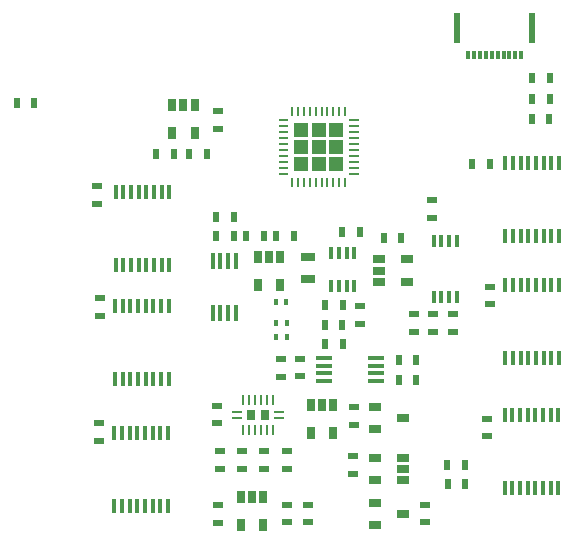
<source format=gtp>
G04 #@! TF.FileFunction,Paste,Top*
%FSLAX46Y46*%
G04 Gerber Fmt 4.6, Leading zero omitted, Abs format (unit mm)*
G04 Created by KiCad (PCBNEW 4.0.1-stable) date 5/8/2017 10:12:07 PM*
%MOMM*%
G01*
G04 APERTURE LIST*
%ADD10C,0.100000*%
%ADD11R,0.350000X1.200000*%
%ADD12R,0.710000X0.280000*%
%ADD13R,0.280000X0.710000*%
%ADD14C,0.280000*%
%ADD15R,1.150000X1.150000*%
%ADD16R,0.900000X0.240000*%
%ADD17R,0.240000X0.900000*%
%ADD18R,0.750000X0.900000*%
%ADD19R,1.000000X0.700000*%
%ADD20R,0.700000X1.000000*%
%ADD21R,1.450000X0.450000*%
%ADD22R,0.450000X1.450000*%
%ADD23R,0.900000X0.500000*%
%ADD24R,0.500000X0.900000*%
%ADD25R,0.400000X1.000000*%
%ADD26R,1.300000X0.700000*%
%ADD27R,0.410000X1.020000*%
%ADD28R,0.400000X0.600000*%
%ADD29R,0.330000X0.800000*%
%ADD30R,0.600000X2.600000*%
G04 APERTURE END LIST*
D10*
D11*
X-18161000Y3073400D03*
X-17511000Y3073400D03*
X-16861000Y3073400D03*
X-16211000Y3073400D03*
X-15561000Y3073400D03*
X-14911000Y3073400D03*
X-14261000Y3073400D03*
X-13611000Y3073400D03*
X-13611000Y9273400D03*
X-14261000Y9273400D03*
X-14911000Y9273400D03*
X-15561000Y9273400D03*
X-16211000Y9273400D03*
X-16861000Y9273400D03*
X-17511000Y9273400D03*
X-18161000Y9273400D03*
X-18208300Y-6542900D03*
X-17558300Y-6542900D03*
X-16908300Y-6542900D03*
X-16258300Y-6542900D03*
X-15608300Y-6542900D03*
X-14958300Y-6542900D03*
X-14308300Y-6542900D03*
X-13658300Y-6542900D03*
X-13658300Y-342900D03*
X-14308300Y-342900D03*
X-14958300Y-342900D03*
X-15608300Y-342900D03*
X-16258300Y-342900D03*
X-16908300Y-342900D03*
X-17558300Y-342900D03*
X-18208300Y-342900D03*
X-18262600Y-17297400D03*
X-17612600Y-17297400D03*
X-16962600Y-17297400D03*
X-16312600Y-17297400D03*
X-15662600Y-17297400D03*
X-15012600Y-17297400D03*
X-14362600Y-17297400D03*
X-13712600Y-17297400D03*
X-13712600Y-11097400D03*
X-14362600Y-11097400D03*
X-15012600Y-11097400D03*
X-15662600Y-11097400D03*
X-16312600Y-11097400D03*
X-16962600Y-11097400D03*
X-17612600Y-11097400D03*
X-18262600Y-11097400D03*
D12*
X-4010200Y15356400D03*
X-4010200Y14856400D03*
X-4010200Y14356400D03*
X-4010200Y13856400D03*
X-4010200Y13356400D03*
X-4010200Y12856400D03*
X-4010200Y12356400D03*
X-4010200Y11856400D03*
X-4010200Y11356400D03*
X-4010200Y10856400D03*
D13*
X-3215200Y10061400D03*
X-2715200Y10061400D03*
X-2215200Y10061400D03*
X-1715200Y10061400D03*
X-1215200Y10061400D03*
X-715200Y10061400D03*
X-215200Y10061400D03*
X284800Y10061400D03*
X784800Y10061400D03*
X1284800Y10061400D03*
D12*
X2079800Y10856400D03*
X2079800Y11356400D03*
X2079800Y11856400D03*
X2079800Y12356400D03*
X2079800Y12856400D03*
X2079800Y13356400D03*
X2079800Y13856400D03*
X2079800Y14356400D03*
X2079800Y14856400D03*
X2079800Y15356400D03*
D13*
X1284800Y16151400D03*
X784800Y16151400D03*
X284800Y16151400D03*
X-215200Y16151400D03*
X-715200Y16151400D03*
X-1215200Y16151400D03*
X-1715200Y16151400D03*
X-2215200Y16151400D03*
X-2715200Y16151400D03*
X-3215200Y16151400D03*
D14*
X1724800Y10856400D03*
X1724800Y11356400D03*
X1724800Y11856400D03*
X1724800Y12356400D03*
X1724800Y12856400D03*
X1724800Y13356400D03*
X1724800Y13856400D03*
X1724800Y14356400D03*
X1724800Y14856400D03*
X1724800Y15356400D03*
X1284800Y15796400D03*
X784800Y15796400D03*
X284800Y15796400D03*
X-215200Y15796400D03*
X-715200Y15796400D03*
X-1215200Y15796400D03*
X-1715200Y15796400D03*
X-2215200Y15796400D03*
X-2715200Y15796400D03*
X-3215200Y15796400D03*
X-3655200Y15356400D03*
X-3655200Y14856400D03*
X-3655200Y14356400D03*
X-3655200Y13856400D03*
X-3655200Y13356400D03*
X-3655200Y12856400D03*
X-3655200Y12356400D03*
X-3655200Y11856400D03*
X-3655200Y11356400D03*
X-3655200Y10856400D03*
X-3215200Y10416400D03*
X-2715200Y10416400D03*
X-2215200Y10416400D03*
X-1715200Y10416400D03*
X-1215200Y10416400D03*
X-715200Y10416400D03*
X-215200Y10416400D03*
X284800Y10416400D03*
X784800Y10416400D03*
X1284800Y10416400D03*
D15*
X-965200Y13106400D03*
X-965200Y14556400D03*
X-965200Y11656400D03*
X-2415200Y11656400D03*
X-2415200Y13106400D03*
X-2415200Y14556400D03*
X484800Y14556400D03*
X484800Y13106400D03*
X484800Y11656400D03*
D11*
X14843760Y5552440D03*
X15493760Y5552440D03*
X16143760Y5552440D03*
X16793760Y5552440D03*
X17443760Y5552440D03*
X18093760Y5552440D03*
X18743760Y5552440D03*
X19393760Y5552440D03*
X19393760Y11752440D03*
X18743760Y11752440D03*
X18093760Y11752440D03*
X17443760Y11752440D03*
X16793760Y11752440D03*
X16143760Y11752440D03*
X15493760Y11752440D03*
X14843760Y11752440D03*
D16*
X-7891150Y-9846079D03*
D17*
X-7341150Y-10896079D03*
X-6841150Y-10896079D03*
X-6341150Y-10896079D03*
X-5841150Y-10896079D03*
X-5341150Y-10896079D03*
X-4841150Y-10896079D03*
D16*
X-4291150Y-9846079D03*
X-4291150Y-9346079D03*
D17*
X-4841150Y-8296079D03*
X-5341150Y-8296079D03*
X-5841150Y-8296079D03*
X-6341150Y-8296079D03*
X-6841150Y-8296079D03*
X-7341150Y-8296079D03*
D16*
X-7891150Y-9346079D03*
D18*
X-6666150Y-9596079D03*
X-5516150Y-9596079D03*
D11*
X14843760Y-4759960D03*
X15493760Y-4759960D03*
X16143760Y-4759960D03*
X16793760Y-4759960D03*
X17443760Y-4759960D03*
X18093760Y-4759960D03*
X18743760Y-4759960D03*
X19393760Y-4759960D03*
X19393760Y1440040D03*
X18743760Y1440040D03*
X18093760Y1440040D03*
X17443760Y1440040D03*
X16793760Y1440040D03*
X16143760Y1440040D03*
X15493760Y1440040D03*
X14843760Y1440040D03*
X14782800Y-15768320D03*
X15432800Y-15768320D03*
X16082800Y-15768320D03*
X16732800Y-15768320D03*
X17382800Y-15768320D03*
X18032800Y-15768320D03*
X18682800Y-15768320D03*
X19332800Y-15768320D03*
X19332800Y-9568320D03*
X18682800Y-9568320D03*
X18032800Y-9568320D03*
X17382800Y-9568320D03*
X16732800Y-9568320D03*
X16082800Y-9568320D03*
X15432800Y-9568320D03*
X14782800Y-9568320D03*
D19*
X6179820Y-9860280D03*
X3779820Y-8910280D03*
X3779820Y-10810280D03*
D20*
X-12404800Y16654600D03*
X-11454800Y16654600D03*
X-13354800Y16654600D03*
X-13354800Y14254600D03*
X-11454800Y14254600D03*
D19*
X4148800Y2634420D03*
X4148800Y3584420D03*
X4148800Y1684420D03*
X6548800Y1684420D03*
X6548800Y3584420D03*
D20*
X-694180Y-8716280D03*
X255820Y-8716280D03*
X-1644180Y-8716280D03*
X-1644180Y-11116280D03*
X255820Y-11116280D03*
X-5141700Y3784300D03*
X-4191700Y3784300D03*
X-6091700Y3784300D03*
X-6091700Y1384300D03*
X-4191700Y1384300D03*
D19*
X6179820Y-14178280D03*
X6179820Y-15128280D03*
X6179820Y-13228280D03*
X3779820Y-13228280D03*
X3779820Y-15128280D03*
D20*
X-6616700Y-16510000D03*
X-5666700Y-16510000D03*
X-7566700Y-16510000D03*
X-7566700Y-18910000D03*
X-5666700Y-18910000D03*
D21*
X3925820Y-6708480D03*
X3925820Y-6058480D03*
X3925820Y-5408480D03*
X3925820Y-4758480D03*
X-474180Y-4758480D03*
X-474180Y-5408480D03*
X-474180Y-6058480D03*
X-474180Y-6708480D03*
D22*
X-7983580Y3452220D03*
X-8633580Y3452220D03*
X-9283580Y3452220D03*
X-9933580Y3452220D03*
X-9933580Y-947780D03*
X-9283580Y-947780D03*
X-8633580Y-947780D03*
X-7983580Y-947780D03*
D23*
X-9282460Y-12626880D03*
X-9282460Y-14126880D03*
X-5552460Y-12626880D03*
X-5552460Y-14126880D03*
X-3632460Y-12626880D03*
X-3632460Y-14126880D03*
X-7452460Y-12626880D03*
X-7452460Y-14126880D03*
D24*
X9968800Y-15468600D03*
X11468800Y-15468600D03*
X9943400Y-13792200D03*
X11443400Y-13792200D03*
D25*
X110800Y1324420D03*
X760800Y1324420D03*
X1410800Y1324420D03*
X2060800Y1324420D03*
X2060800Y4124420D03*
X1410800Y4124420D03*
X760800Y4124420D03*
X110800Y4124420D03*
D23*
X-19723100Y9817800D03*
X-19723100Y8317800D03*
X-1905000Y-18682400D03*
X-1905000Y-17182400D03*
X-3639820Y-17164620D03*
X-3639820Y-18664620D03*
D24*
X-14731600Y12551200D03*
X-13231600Y12551200D03*
X-10424900Y12538500D03*
X-11924900Y12538500D03*
D23*
X-9447700Y16158700D03*
X-9447700Y14658700D03*
X-9448800Y-18707800D03*
X-9448800Y-17207800D03*
X-19507200Y-1219900D03*
X-19507200Y280100D03*
X-19532600Y-11799000D03*
X-19532600Y-10299000D03*
X1986280Y-14557440D03*
X1986280Y-13057440D03*
D24*
X13510800Y11672400D03*
X12010800Y11672400D03*
X6048800Y5404420D03*
X4548800Y5404420D03*
D23*
X13512800Y1283400D03*
X13512800Y-216600D03*
X13274040Y-9887520D03*
X13274040Y-11387520D03*
D24*
X18565800Y15512400D03*
X17065800Y15512400D03*
X17115800Y18962400D03*
X18615800Y18962400D03*
X18590800Y17187400D03*
X17090800Y17187400D03*
X5818440Y-6598920D03*
X7318440Y-6598920D03*
X5809660Y-4962280D03*
X7309660Y-4962280D03*
D23*
X2045820Y-10426280D03*
X2045820Y-8926280D03*
X-4170680Y-6332920D03*
X-4170680Y-4832920D03*
D24*
X-8117140Y7157720D03*
X-9617140Y7157720D03*
X-8127300Y5557520D03*
X-9627300Y5557520D03*
X1000800Y5904420D03*
X2500800Y5904420D03*
X-4582860Y5590540D03*
X-3082860Y5590540D03*
D23*
X2534920Y-357440D03*
X2534920Y-1857440D03*
X-2524760Y-4812600D03*
X-2524760Y-6312600D03*
D26*
X-1892300Y1930360D03*
X-1892300Y3830360D03*
D24*
X-7082220Y5590540D03*
X-5582220Y5590540D03*
X1054800Y-1943100D03*
X-445200Y-1943100D03*
X-432500Y-309880D03*
X1067500Y-309880D03*
D23*
X-9606280Y-8797860D03*
X-9606280Y-10297860D03*
D24*
X-25031000Y16840200D03*
X-26531000Y16840200D03*
D23*
X7086600Y-2528000D03*
X7086600Y-1028000D03*
X8650800Y8592400D03*
X8650800Y7092400D03*
X10414000Y-1053400D03*
X10414000Y-2553400D03*
X8737600Y-2528000D03*
X8737600Y-1028000D03*
D27*
X8763000Y381000D03*
X9413000Y381000D03*
X10063000Y381000D03*
X10713000Y381000D03*
X10713000Y5181000D03*
X10063000Y5181000D03*
X9413000Y5181000D03*
X8763000Y5181000D03*
D19*
X6170800Y-17987600D03*
X3770800Y-17037600D03*
X3770800Y-18937600D03*
D23*
X8050800Y-17167600D03*
X8050800Y-18667600D03*
D28*
X-3689200Y12400D03*
X-4589200Y12400D03*
D24*
X1060800Y-3557600D03*
X-439200Y-3557600D03*
D28*
X-4559200Y-2987600D03*
X-3659200Y-2987600D03*
X-4579200Y-1757600D03*
X-3679200Y-1757600D03*
D29*
X16190800Y20887400D03*
X15690800Y20887400D03*
X15190800Y20887400D03*
X14690800Y20887400D03*
X14190800Y20887400D03*
X13690800Y20887400D03*
X13190800Y20887400D03*
X12690800Y20887400D03*
X12190800Y20887400D03*
X11690800Y20887400D03*
D30*
X17090800Y23187400D03*
X10790800Y23187400D03*
M02*

</source>
